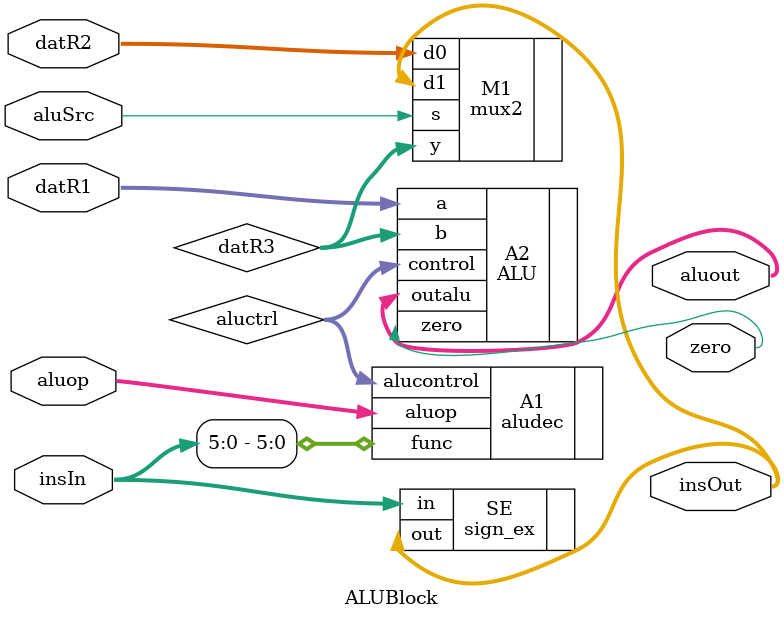
<source format=v>
module ALUBlock(datR1, datR2, aluop, aluSrc, insIn, insOut, zero, aluout);
input [31:0] datR1, datR2;
input [15:0] insIn;
input [1:0] aluop;
input aluSrc;
output [31:0] aluout;
output wire [31:0] insOut;
output zero;
wire [31:0] datR3;
wire [3:0] aluctrl;

sign_ex SE(.in(insIn), .out(insOut));

mux2 M1(.d0(datR2), .d1(insOut), .s(aluSrc), .y(datR3));

aludec A1(.func(insIn[5:0]), .aluop(aluop), .alucontrol(aluctrl));

ALU A2(.a(datR1), .b(datR3), .control(aluctrl), .zero(zero), .outalu(aluout));

endmodule
</source>
